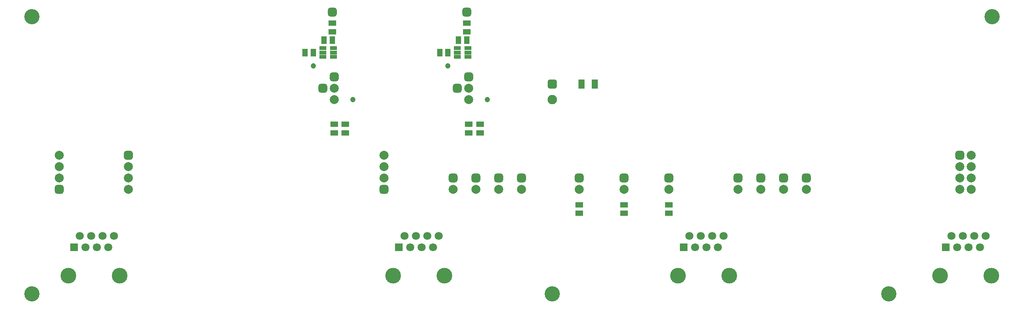
<source format=gbr>
%TF.GenerationSoftware,Altium Limited,Altium Designer,25.8.1 (18)*%
G04 Layer_Color=8388736*
%FSLAX45Y45*%
%MOMM*%
%TF.SameCoordinates,A785B3B1-CB1D-45D8-AEAD-54020840EAB1*%
%TF.FilePolarity,Negative*%
%TF.FileFunction,Soldermask,Top*%
%TF.Part,Single*%
G01*
G75*
%TA.AperFunction,SMDPad,CuDef*%
%ADD30R,1.65320X1.25320*%
%ADD31R,1.25320X1.65320*%
%ADD32R,1.40320X2.00320*%
%ADD33R,1.50320X0.85320*%
%TA.AperFunction,ViaPad*%
%ADD34C,3.40320*%
%TA.AperFunction,ComponentPad*%
G04:AMPARAMS|DCode=35|XSize=2.0032mm|YSize=2.0032mm|CornerRadius=0.5516mm|HoleSize=0mm|Usage=FLASHONLY|Rotation=90.000|XOffset=0mm|YOffset=0mm|HoleType=Round|Shape=RoundedRectangle|*
%AMROUNDEDRECTD35*
21,1,2.00320,0.90000,0,0,90.0*
21,1,0.90000,2.00320,0,0,90.0*
1,1,1.10320,0.45000,0.45000*
1,1,1.10320,0.45000,-0.45000*
1,1,1.10320,-0.45000,-0.45000*
1,1,1.10320,-0.45000,0.45000*
%
%ADD35ROUNDEDRECTD35*%
%ADD36C,2.00320*%
G04:AMPARAMS|DCode=37|XSize=2.0032mm|YSize=2.0032mm|CornerRadius=0.5516mm|HoleSize=0mm|Usage=FLASHONLY|Rotation=0.000|XOffset=0mm|YOffset=0mm|HoleType=Round|Shape=RoundedRectangle|*
%AMROUNDEDRECTD37*
21,1,2.00320,0.90000,0,0,0.0*
21,1,0.90000,2.00320,0,0,0.0*
1,1,1.10320,0.45000,-0.45000*
1,1,1.10320,-0.45000,-0.45000*
1,1,1.10320,-0.45000,0.45000*
1,1,1.10320,0.45000,0.45000*
%
%ADD37ROUNDEDRECTD37*%
%ADD38C,1.80320*%
%ADD39R,1.80320X1.80320*%
%ADD40C,3.50320*%
G04:AMPARAMS|DCode=41|XSize=2.1032mm|YSize=2.1032mm|CornerRadius=0.5766mm|HoleSize=0mm|Usage=FLASHONLY|Rotation=90.000|XOffset=0mm|YOffset=0mm|HoleType=Round|Shape=RoundedRectangle|*
%AMROUNDEDRECTD41*
21,1,2.10320,0.95000,0,0,90.0*
21,1,0.95000,2.10320,0,0,90.0*
1,1,1.15320,0.47500,0.47500*
1,1,1.15320,0.47500,-0.47500*
1,1,1.15320,-0.47500,-0.47500*
1,1,1.15320,-0.47500,0.47500*
%
%ADD41ROUNDEDRECTD41*%
%ADD42C,2.10320*%
%TA.AperFunction,ViaPad*%
%ADD43C,1.20320*%
D30*
X20134000Y14005000D02*
D03*
Y14195000D02*
D03*
X20384000Y14195000D02*
D03*
Y14005000D02*
D03*
X17384000Y14195000D02*
D03*
Y14005000D02*
D03*
X17134000Y14005000D02*
D03*
Y14195000D02*
D03*
X22595500Y12395000D02*
D03*
Y12205000D02*
D03*
X23595500Y12395000D02*
D03*
Y12205000D02*
D03*
X24595500Y12395000D02*
D03*
Y12205000D02*
D03*
X20092500Y16264999D02*
D03*
Y16455000D02*
D03*
X17092500Y16264999D02*
D03*
Y16455000D02*
D03*
D31*
X16907500Y16080000D02*
D03*
X17092500D02*
D03*
X19907500D02*
D03*
X20092500D02*
D03*
X19487500Y15800000D02*
D03*
X19672501D02*
D03*
X16487500D02*
D03*
X16672501D02*
D03*
D32*
X22947501Y15096001D02*
D03*
X22652499D02*
D03*
D33*
X20120000Y15705000D02*
D03*
Y15800000D02*
D03*
Y15895000D02*
D03*
X19880000D02*
D03*
Y15800000D02*
D03*
Y15705000D02*
D03*
X17120000D02*
D03*
Y15800000D02*
D03*
Y15895000D02*
D03*
X16880000D02*
D03*
Y15800000D02*
D03*
Y15705000D02*
D03*
D34*
X22000000Y10400000D02*
D03*
X29500000D02*
D03*
X31800000Y16600000D02*
D03*
X10400000Y10400000D02*
D03*
Y16600000D02*
D03*
D35*
X16880000Y15000000D02*
D03*
X19880000D02*
D03*
D36*
X19788499Y12738000D02*
D03*
X18245500Y12992000D02*
D03*
Y13246001D02*
D03*
Y13500000D02*
D03*
X11006500Y12992000D02*
D03*
Y13246001D02*
D03*
Y13500000D02*
D03*
X12549500Y13246001D02*
D03*
Y12992000D02*
D03*
Y12738000D02*
D03*
X31082001Y13246001D02*
D03*
X31335999Y13500000D02*
D03*
Y13246001D02*
D03*
X31082001Y12992000D02*
D03*
X31335999D02*
D03*
X31082001Y12738000D02*
D03*
X31335999D02*
D03*
X22595500D02*
D03*
X26138501D02*
D03*
X23595500D02*
D03*
X26646500D02*
D03*
X20296500D02*
D03*
X27154501D02*
D03*
X20804500D02*
D03*
X24595500D02*
D03*
X27662500D02*
D03*
X21312500D02*
D03*
X20134000Y15000000D02*
D03*
Y14746001D02*
D03*
X17134000Y15000000D02*
D03*
Y14746001D02*
D03*
D37*
X19788499Y12992000D02*
D03*
X18245500Y12738000D02*
D03*
X11006500D02*
D03*
X20092500Y16700000D02*
D03*
X17092500D02*
D03*
X12549500Y13500000D02*
D03*
X31082001D02*
D03*
X22595500Y12992000D02*
D03*
X26138501D02*
D03*
X23595500D02*
D03*
X26646500D02*
D03*
X20296500D02*
D03*
X27154501D02*
D03*
X20804500D02*
D03*
X24595500D02*
D03*
X27662500D02*
D03*
X21312500D02*
D03*
X20134000Y15253999D02*
D03*
X17134000D02*
D03*
D38*
X31653500Y11700000D02*
D03*
X31399500D02*
D03*
X31145499D02*
D03*
X30891501D02*
D03*
X31526501Y11446000D02*
D03*
X31272501D02*
D03*
X31018500D02*
D03*
X25811499Y11700000D02*
D03*
X25557500D02*
D03*
X25303500D02*
D03*
X25049500D02*
D03*
X25684500Y11446000D02*
D03*
X25430499D02*
D03*
X25176500D02*
D03*
X19461501Y11700000D02*
D03*
X19207500D02*
D03*
X18953500D02*
D03*
X18699500D02*
D03*
X19334500Y11446000D02*
D03*
X19080499D02*
D03*
X18826500D02*
D03*
X12222500Y11700000D02*
D03*
X11968500D02*
D03*
X11714500D02*
D03*
X11460500D02*
D03*
X12095500Y11446000D02*
D03*
X11841500D02*
D03*
X11587500D02*
D03*
D39*
X30764499D02*
D03*
X24922501D02*
D03*
X18572501D02*
D03*
X11333500D02*
D03*
D40*
X31780499Y10811000D02*
D03*
X30637500D02*
D03*
X25938501D02*
D03*
X24795500D02*
D03*
X19588499D02*
D03*
X18445500D02*
D03*
X12349500D02*
D03*
X11206500D02*
D03*
D41*
X22000000Y15096001D02*
D03*
D42*
Y14746001D02*
D03*
D43*
X20550000Y14746001D02*
D03*
X19672501Y15500000D02*
D03*
X17550000Y14746001D02*
D03*
X16672501Y15500000D02*
D03*
%TF.MD5,0b8642cd0a303536a79d845a90e4db48*%
M02*

</source>
